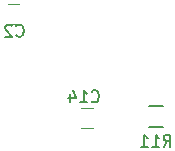
<source format=gbo>
G04 #@! TF.GenerationSoftware,KiCad,Pcbnew,no-vcs-found-2a3a699~58~ubuntu16.04.1*
G04 #@! TF.CreationDate,2017-05-21T17:49:45+03:00*
G04 #@! TF.ProjectId,interferometer,696E7465726665726F6D657465722E6B,rev?*
G04 #@! TF.FileFunction,Legend,Bot*
G04 #@! TF.FilePolarity,Positive*
%FSLAX46Y46*%
G04 Gerber Fmt 4.6, Leading zero omitted, Abs format (unit mm)*
G04 Created by KiCad (PCBNEW no-vcs-found-2a3a699~58~ubuntu16.04.1) date Sun May 21 17:49:45 2017*
%MOMM*%
%LPD*%
G01*
G04 APERTURE LIST*
%ADD10C,0.100000*%
%ADD11C,0.120000*%
%ADD12C,0.150000*%
G04 APERTURE END LIST*
D10*
D11*
X164584000Y-108165000D02*
X163584000Y-108165000D01*
X163584000Y-106465000D02*
X164584000Y-106465000D01*
D12*
X169326000Y-108063000D02*
X170526000Y-108063000D01*
X170526000Y-106313000D02*
X169326000Y-106313000D01*
D11*
X158361000Y-99402000D02*
X157361000Y-99402000D01*
X157361000Y-97702000D02*
X158361000Y-97702000D01*
D12*
X164472857Y-105894142D02*
X164520476Y-105941761D01*
X164663333Y-105989380D01*
X164758571Y-105989380D01*
X164901428Y-105941761D01*
X164996666Y-105846523D01*
X165044285Y-105751285D01*
X165091904Y-105560809D01*
X165091904Y-105417952D01*
X165044285Y-105227476D01*
X164996666Y-105132238D01*
X164901428Y-105037000D01*
X164758571Y-104989380D01*
X164663333Y-104989380D01*
X164520476Y-105037000D01*
X164472857Y-105084619D01*
X163520476Y-105989380D02*
X164091904Y-105989380D01*
X163806190Y-105989380D02*
X163806190Y-104989380D01*
X163901428Y-105132238D01*
X163996666Y-105227476D01*
X164091904Y-105275095D01*
X162663333Y-105322714D02*
X162663333Y-105989380D01*
X162901428Y-104941761D02*
X163139523Y-105656047D01*
X162520476Y-105656047D01*
X170568857Y-109740380D02*
X170902190Y-109264190D01*
X171140285Y-109740380D02*
X171140285Y-108740380D01*
X170759333Y-108740380D01*
X170664095Y-108788000D01*
X170616476Y-108835619D01*
X170568857Y-108930857D01*
X170568857Y-109073714D01*
X170616476Y-109168952D01*
X170664095Y-109216571D01*
X170759333Y-109264190D01*
X171140285Y-109264190D01*
X169616476Y-109740380D02*
X170187904Y-109740380D01*
X169902190Y-109740380D02*
X169902190Y-108740380D01*
X169997428Y-108883238D01*
X170092666Y-108978476D01*
X170187904Y-109026095D01*
X168664095Y-109740380D02*
X169235523Y-109740380D01*
X168949809Y-109740380D02*
X168949809Y-108740380D01*
X169045047Y-108883238D01*
X169140285Y-108978476D01*
X169235523Y-109026095D01*
X158103866Y-100331542D02*
X158151485Y-100379161D01*
X158294342Y-100426780D01*
X158389580Y-100426780D01*
X158532438Y-100379161D01*
X158627676Y-100283923D01*
X158675295Y-100188685D01*
X158722914Y-99998209D01*
X158722914Y-99855352D01*
X158675295Y-99664876D01*
X158627676Y-99569638D01*
X158532438Y-99474400D01*
X158389580Y-99426780D01*
X158294342Y-99426780D01*
X158151485Y-99474400D01*
X158103866Y-99522019D01*
X157722914Y-99522019D02*
X157675295Y-99474400D01*
X157580057Y-99426780D01*
X157341961Y-99426780D01*
X157246723Y-99474400D01*
X157199104Y-99522019D01*
X157151485Y-99617257D01*
X157151485Y-99712495D01*
X157199104Y-99855352D01*
X157770533Y-100426780D01*
X157151485Y-100426780D01*
M02*

</source>
